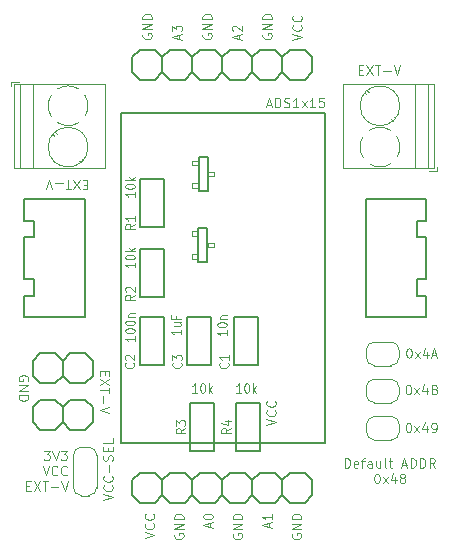
<source format=gbr>
G04 #@! TF.GenerationSoftware,KiCad,Pcbnew,(5.1.5-0-10_14)*
G04 #@! TF.CreationDate,2020-07-06T13:04:49+02:00*
G04 #@! TF.ProjectId,smartcitizen-adc-4-ch,736d6172-7463-4697-9469-7a656e2d6164,rev?*
G04 #@! TF.SameCoordinates,Original*
G04 #@! TF.FileFunction,Legend,Top*
G04 #@! TF.FilePolarity,Positive*
%FSLAX46Y46*%
G04 Gerber Fmt 4.6, Leading zero omitted, Abs format (unit mm)*
G04 Created by KiCad (PCBNEW (5.1.5-0-10_14)) date 2020-07-06 13:04:49*
%MOMM*%
%LPD*%
G04 APERTURE LIST*
%ADD10C,0.120000*%
%ADD11C,0.152400*%
%ADD12C,0.127000*%
%ADD13C,0.066040*%
%ADD14C,0.150000*%
G04 APERTURE END LIST*
D10*
X140773376Y-108515204D02*
X141040043Y-109315204D01*
X141306709Y-108515204D01*
X142030519Y-109239014D02*
X141992423Y-109277109D01*
X141878138Y-109315204D01*
X141801947Y-109315204D01*
X141687662Y-109277109D01*
X141611471Y-109200919D01*
X141573376Y-109124728D01*
X141535281Y-108972347D01*
X141535281Y-108858061D01*
X141573376Y-108705680D01*
X141611471Y-108629490D01*
X141687662Y-108553300D01*
X141801947Y-108515204D01*
X141878138Y-108515204D01*
X141992423Y-108553300D01*
X142030519Y-108591395D01*
X142830519Y-109239014D02*
X142792423Y-109277109D01*
X142678138Y-109315204D01*
X142601947Y-109315204D01*
X142487662Y-109277109D01*
X142411471Y-109200919D01*
X142373376Y-109124728D01*
X142335281Y-108972347D01*
X142335281Y-108858061D01*
X142373376Y-108705680D01*
X142411471Y-108629490D01*
X142487662Y-108553300D01*
X142601947Y-108515204D01*
X142678138Y-108515204D01*
X142792423Y-108553300D01*
X142830519Y-108591395D01*
X149269500Y-71907333D02*
X149231404Y-71983524D01*
X149231404Y-72097810D01*
X149269500Y-72212095D01*
X149345690Y-72288286D01*
X149421880Y-72326381D01*
X149574261Y-72364476D01*
X149688547Y-72364476D01*
X149840928Y-72326381D01*
X149917119Y-72288286D01*
X149993309Y-72212095D01*
X150031404Y-72097810D01*
X150031404Y-72021619D01*
X149993309Y-71907333D01*
X149955214Y-71869238D01*
X149688547Y-71869238D01*
X149688547Y-72021619D01*
X150031404Y-71526381D02*
X149231404Y-71526381D01*
X150031404Y-71069238D01*
X149231404Y-71069238D01*
X150031404Y-70688286D02*
X149231404Y-70688286D01*
X149231404Y-70497810D01*
X149269500Y-70383524D01*
X149345690Y-70307333D01*
X149421880Y-70269238D01*
X149574261Y-70231143D01*
X149688547Y-70231143D01*
X149840928Y-70269238D01*
X149917119Y-70307333D01*
X149993309Y-70383524D01*
X150031404Y-70497810D01*
X150031404Y-70688286D01*
X152342833Y-72364476D02*
X152342833Y-71983524D01*
X152571404Y-72440667D02*
X151771404Y-72174000D01*
X152571404Y-71907333D01*
X151771404Y-71716857D02*
X151771404Y-71221619D01*
X152076166Y-71488286D01*
X152076166Y-71374000D01*
X152114261Y-71297809D01*
X152152357Y-71259714D01*
X152228547Y-71221619D01*
X152419023Y-71221619D01*
X152495214Y-71259714D01*
X152533309Y-71297809D01*
X152571404Y-71374000D01*
X152571404Y-71602571D01*
X152533309Y-71678762D01*
X152495214Y-71716857D01*
X154349500Y-71907333D02*
X154311404Y-71983524D01*
X154311404Y-72097810D01*
X154349500Y-72212095D01*
X154425690Y-72288286D01*
X154501880Y-72326381D01*
X154654261Y-72364476D01*
X154768547Y-72364476D01*
X154920928Y-72326381D01*
X154997119Y-72288286D01*
X155073309Y-72212095D01*
X155111404Y-72097810D01*
X155111404Y-72021619D01*
X155073309Y-71907333D01*
X155035214Y-71869238D01*
X154768547Y-71869238D01*
X154768547Y-72021619D01*
X155111404Y-71526381D02*
X154311404Y-71526381D01*
X155111404Y-71069238D01*
X154311404Y-71069238D01*
X155111404Y-70688286D02*
X154311404Y-70688286D01*
X154311404Y-70497810D01*
X154349500Y-70383524D01*
X154425690Y-70307333D01*
X154501880Y-70269238D01*
X154654261Y-70231143D01*
X154768547Y-70231143D01*
X154920928Y-70269238D01*
X154997119Y-70307333D01*
X155073309Y-70383524D01*
X155111404Y-70497810D01*
X155111404Y-70688286D01*
X157422833Y-72364476D02*
X157422833Y-71983524D01*
X157651404Y-72440667D02*
X156851404Y-72174000D01*
X157651404Y-71907333D01*
X156927595Y-71678762D02*
X156889500Y-71640667D01*
X156851404Y-71564476D01*
X156851404Y-71374000D01*
X156889500Y-71297809D01*
X156927595Y-71259714D01*
X157003785Y-71221619D01*
X157079976Y-71221619D01*
X157194261Y-71259714D01*
X157651404Y-71716857D01*
X157651404Y-71221619D01*
X159429500Y-71907333D02*
X159391404Y-71983524D01*
X159391404Y-72097810D01*
X159429500Y-72212095D01*
X159505690Y-72288286D01*
X159581880Y-72326381D01*
X159734261Y-72364476D01*
X159848547Y-72364476D01*
X160000928Y-72326381D01*
X160077119Y-72288286D01*
X160153309Y-72212095D01*
X160191404Y-72097810D01*
X160191404Y-72021619D01*
X160153309Y-71907333D01*
X160115214Y-71869238D01*
X159848547Y-71869238D01*
X159848547Y-72021619D01*
X160191404Y-71526381D02*
X159391404Y-71526381D01*
X160191404Y-71069238D01*
X159391404Y-71069238D01*
X160191404Y-70688286D02*
X159391404Y-70688286D01*
X159391404Y-70497810D01*
X159429500Y-70383524D01*
X159505690Y-70307333D01*
X159581880Y-70269238D01*
X159734261Y-70231143D01*
X159848547Y-70231143D01*
X160000928Y-70269238D01*
X160077119Y-70307333D01*
X160153309Y-70383524D01*
X160191404Y-70497810D01*
X160191404Y-70688286D01*
X161931404Y-72440666D02*
X162731404Y-72174000D01*
X161931404Y-71907333D01*
X162655214Y-71183523D02*
X162693309Y-71221619D01*
X162731404Y-71335904D01*
X162731404Y-71412095D01*
X162693309Y-71526380D01*
X162617119Y-71602571D01*
X162540928Y-71640666D01*
X162388547Y-71678761D01*
X162274261Y-71678761D01*
X162121880Y-71640666D01*
X162045690Y-71602571D01*
X161969500Y-71526380D01*
X161931404Y-71412095D01*
X161931404Y-71335904D01*
X161969500Y-71221619D01*
X162007595Y-71183523D01*
X162655214Y-70383523D02*
X162693309Y-70421619D01*
X162731404Y-70535904D01*
X162731404Y-70612095D01*
X162693309Y-70726380D01*
X162617119Y-70802571D01*
X162540928Y-70840666D01*
X162388547Y-70878761D01*
X162274261Y-70878761D01*
X162121880Y-70840666D01*
X162045690Y-70802571D01*
X161969500Y-70726380D01*
X161931404Y-70612095D01*
X161931404Y-70535904D01*
X161969500Y-70421619D01*
X162007595Y-70383523D01*
X161906000Y-114249123D02*
X161867904Y-114325314D01*
X161867904Y-114439600D01*
X161906000Y-114553885D01*
X161982190Y-114630076D01*
X162058380Y-114668171D01*
X162210761Y-114706266D01*
X162325047Y-114706266D01*
X162477428Y-114668171D01*
X162553619Y-114630076D01*
X162629809Y-114553885D01*
X162667904Y-114439600D01*
X162667904Y-114363409D01*
X162629809Y-114249123D01*
X162591714Y-114211028D01*
X162325047Y-114211028D01*
X162325047Y-114363409D01*
X162667904Y-113868171D02*
X161867904Y-113868171D01*
X162667904Y-113411028D01*
X161867904Y-113411028D01*
X162667904Y-113030076D02*
X161867904Y-113030076D01*
X161867904Y-112839600D01*
X161906000Y-112725314D01*
X161982190Y-112649123D01*
X162058380Y-112611028D01*
X162210761Y-112572933D01*
X162325047Y-112572933D01*
X162477428Y-112611028D01*
X162553619Y-112649123D01*
X162629809Y-112725314D01*
X162667904Y-112839600D01*
X162667904Y-113030076D01*
X159950133Y-113715790D02*
X159950133Y-113334838D01*
X160178704Y-113791981D02*
X159378704Y-113525314D01*
X160178704Y-113258647D01*
X160178704Y-112572933D02*
X160178704Y-113030076D01*
X160178704Y-112801504D02*
X159378704Y-112801504D01*
X159492990Y-112877695D01*
X159569180Y-112953885D01*
X159607276Y-113030076D01*
X156927600Y-114249123D02*
X156889504Y-114325314D01*
X156889504Y-114439600D01*
X156927600Y-114553885D01*
X157003790Y-114630076D01*
X157079980Y-114668171D01*
X157232361Y-114706266D01*
X157346647Y-114706266D01*
X157499028Y-114668171D01*
X157575219Y-114630076D01*
X157651409Y-114553885D01*
X157689504Y-114439600D01*
X157689504Y-114363409D01*
X157651409Y-114249123D01*
X157613314Y-114211028D01*
X157346647Y-114211028D01*
X157346647Y-114363409D01*
X157689504Y-113868171D02*
X156889504Y-113868171D01*
X157689504Y-113411028D01*
X156889504Y-113411028D01*
X157689504Y-113030076D02*
X156889504Y-113030076D01*
X156889504Y-112839600D01*
X156927600Y-112725314D01*
X157003790Y-112649123D01*
X157079980Y-112611028D01*
X157232361Y-112572933D01*
X157346647Y-112572933D01*
X157499028Y-112611028D01*
X157575219Y-112649123D01*
X157651409Y-112725314D01*
X157689504Y-112839600D01*
X157689504Y-113030076D01*
X154971733Y-113715790D02*
X154971733Y-113334838D01*
X155200304Y-113791981D02*
X154400304Y-113525314D01*
X155200304Y-113258647D01*
X154400304Y-112839600D02*
X154400304Y-112763409D01*
X154438400Y-112687219D01*
X154476495Y-112649123D01*
X154552685Y-112611028D01*
X154705066Y-112572933D01*
X154895542Y-112572933D01*
X155047923Y-112611028D01*
X155124114Y-112649123D01*
X155162209Y-112687219D01*
X155200304Y-112763409D01*
X155200304Y-112839600D01*
X155162209Y-112915790D01*
X155124114Y-112953885D01*
X155047923Y-112991981D01*
X154895542Y-113030076D01*
X154705066Y-113030076D01*
X154552685Y-112991981D01*
X154476495Y-112953885D01*
X154438400Y-112915790D01*
X154400304Y-112839600D01*
X151949200Y-114249123D02*
X151911104Y-114325314D01*
X151911104Y-114439600D01*
X151949200Y-114553885D01*
X152025390Y-114630076D01*
X152101580Y-114668171D01*
X152253961Y-114706266D01*
X152368247Y-114706266D01*
X152520628Y-114668171D01*
X152596819Y-114630076D01*
X152673009Y-114553885D01*
X152711104Y-114439600D01*
X152711104Y-114363409D01*
X152673009Y-114249123D01*
X152634914Y-114211028D01*
X152368247Y-114211028D01*
X152368247Y-114363409D01*
X152711104Y-113868171D02*
X151911104Y-113868171D01*
X152711104Y-113411028D01*
X151911104Y-113411028D01*
X152711104Y-113030076D02*
X151911104Y-113030076D01*
X151911104Y-112839600D01*
X151949200Y-112725314D01*
X152025390Y-112649123D01*
X152101580Y-112611028D01*
X152253961Y-112572933D01*
X152368247Y-112572933D01*
X152520628Y-112611028D01*
X152596819Y-112649123D01*
X152673009Y-112725314D01*
X152711104Y-112839600D01*
X152711104Y-113030076D01*
X171704142Y-101650856D02*
X171780333Y-101650856D01*
X171856523Y-101688952D01*
X171894619Y-101727047D01*
X171932714Y-101803237D01*
X171970809Y-101955618D01*
X171970809Y-102146094D01*
X171932714Y-102298475D01*
X171894619Y-102374666D01*
X171856523Y-102412761D01*
X171780333Y-102450856D01*
X171704142Y-102450856D01*
X171627952Y-102412761D01*
X171589857Y-102374666D01*
X171551761Y-102298475D01*
X171513666Y-102146094D01*
X171513666Y-101955618D01*
X171551761Y-101803237D01*
X171589857Y-101727047D01*
X171627952Y-101688952D01*
X171704142Y-101650856D01*
X172237476Y-102450856D02*
X172656523Y-101917523D01*
X172237476Y-101917523D02*
X172656523Y-102450856D01*
X173304142Y-101917523D02*
X173304142Y-102450856D01*
X173113666Y-101612761D02*
X172923190Y-102184190D01*
X173418428Y-102184190D01*
X173989857Y-102031809D02*
X174104142Y-102069904D01*
X174142238Y-102107999D01*
X174180333Y-102184190D01*
X174180333Y-102298475D01*
X174142238Y-102374666D01*
X174104142Y-102412761D01*
X174027952Y-102450856D01*
X173723190Y-102450856D01*
X173723190Y-101650856D01*
X173989857Y-101650856D01*
X174066047Y-101688952D01*
X174104142Y-101727047D01*
X174142238Y-101803237D01*
X174142238Y-101879428D01*
X174104142Y-101955618D01*
X174066047Y-101993713D01*
X173989857Y-102031809D01*
X173723190Y-102031809D01*
X171761285Y-98558404D02*
X171837476Y-98558404D01*
X171913666Y-98596500D01*
X171951761Y-98634595D01*
X171989857Y-98710785D01*
X172027952Y-98863166D01*
X172027952Y-99053642D01*
X171989857Y-99206023D01*
X171951761Y-99282214D01*
X171913666Y-99320309D01*
X171837476Y-99358404D01*
X171761285Y-99358404D01*
X171685095Y-99320309D01*
X171647000Y-99282214D01*
X171608904Y-99206023D01*
X171570809Y-99053642D01*
X171570809Y-98863166D01*
X171608904Y-98710785D01*
X171647000Y-98634595D01*
X171685095Y-98596500D01*
X171761285Y-98558404D01*
X172294619Y-99358404D02*
X172713666Y-98825071D01*
X172294619Y-98825071D02*
X172713666Y-99358404D01*
X173361285Y-98825071D02*
X173361285Y-99358404D01*
X173170809Y-98520309D02*
X172980333Y-99091738D01*
X173475571Y-99091738D01*
X173742238Y-99129833D02*
X174123190Y-99129833D01*
X173666047Y-99358404D02*
X173932714Y-98558404D01*
X174199380Y-99358404D01*
X166376823Y-108655204D02*
X166376823Y-107855204D01*
X166567300Y-107855204D01*
X166681585Y-107893300D01*
X166757776Y-107969490D01*
X166795871Y-108045680D01*
X166833966Y-108198061D01*
X166833966Y-108312347D01*
X166795871Y-108464728D01*
X166757776Y-108540919D01*
X166681585Y-108617109D01*
X166567300Y-108655204D01*
X166376823Y-108655204D01*
X167481585Y-108617109D02*
X167405395Y-108655204D01*
X167253014Y-108655204D01*
X167176823Y-108617109D01*
X167138728Y-108540919D01*
X167138728Y-108236157D01*
X167176823Y-108159966D01*
X167253014Y-108121871D01*
X167405395Y-108121871D01*
X167481585Y-108159966D01*
X167519680Y-108236157D01*
X167519680Y-108312347D01*
X167138728Y-108388538D01*
X167748252Y-108121871D02*
X168053014Y-108121871D01*
X167862538Y-108655204D02*
X167862538Y-107969490D01*
X167900633Y-107893300D01*
X167976823Y-107855204D01*
X168053014Y-107855204D01*
X168662538Y-108655204D02*
X168662538Y-108236157D01*
X168624442Y-108159966D01*
X168548252Y-108121871D01*
X168395871Y-108121871D01*
X168319680Y-108159966D01*
X168662538Y-108617109D02*
X168586347Y-108655204D01*
X168395871Y-108655204D01*
X168319680Y-108617109D01*
X168281585Y-108540919D01*
X168281585Y-108464728D01*
X168319680Y-108388538D01*
X168395871Y-108350442D01*
X168586347Y-108350442D01*
X168662538Y-108312347D01*
X169386347Y-108121871D02*
X169386347Y-108655204D01*
X169043490Y-108121871D02*
X169043490Y-108540919D01*
X169081585Y-108617109D01*
X169157776Y-108655204D01*
X169272061Y-108655204D01*
X169348252Y-108617109D01*
X169386347Y-108579014D01*
X169881585Y-108655204D02*
X169805395Y-108617109D01*
X169767300Y-108540919D01*
X169767300Y-107855204D01*
X170072061Y-108121871D02*
X170376823Y-108121871D01*
X170186347Y-107855204D02*
X170186347Y-108540919D01*
X170224442Y-108617109D01*
X170300633Y-108655204D01*
X170376823Y-108655204D01*
X171214919Y-108426633D02*
X171595871Y-108426633D01*
X171138728Y-108655204D02*
X171405395Y-107855204D01*
X171672061Y-108655204D01*
X171938728Y-108655204D02*
X171938728Y-107855204D01*
X172129204Y-107855204D01*
X172243490Y-107893300D01*
X172319680Y-107969490D01*
X172357776Y-108045680D01*
X172395871Y-108198061D01*
X172395871Y-108312347D01*
X172357776Y-108464728D01*
X172319680Y-108540919D01*
X172243490Y-108617109D01*
X172129204Y-108655204D01*
X171938728Y-108655204D01*
X172738728Y-108655204D02*
X172738728Y-107855204D01*
X172929204Y-107855204D01*
X173043490Y-107893300D01*
X173119680Y-107969490D01*
X173157776Y-108045680D01*
X173195871Y-108198061D01*
X173195871Y-108312347D01*
X173157776Y-108464728D01*
X173119680Y-108540919D01*
X173043490Y-108617109D01*
X172929204Y-108655204D01*
X172738728Y-108655204D01*
X173995871Y-108655204D02*
X173729204Y-108274252D01*
X173538728Y-108655204D02*
X173538728Y-107855204D01*
X173843490Y-107855204D01*
X173919680Y-107893300D01*
X173957776Y-107931395D01*
X173995871Y-108007585D01*
X173995871Y-108121871D01*
X173957776Y-108198061D01*
X173919680Y-108236157D01*
X173843490Y-108274252D01*
X173538728Y-108274252D01*
X169043490Y-109175204D02*
X169119680Y-109175204D01*
X169195871Y-109213300D01*
X169233966Y-109251395D01*
X169272061Y-109327585D01*
X169310157Y-109479966D01*
X169310157Y-109670442D01*
X169272061Y-109822823D01*
X169233966Y-109899014D01*
X169195871Y-109937109D01*
X169119680Y-109975204D01*
X169043490Y-109975204D01*
X168967300Y-109937109D01*
X168929204Y-109899014D01*
X168891109Y-109822823D01*
X168853014Y-109670442D01*
X168853014Y-109479966D01*
X168891109Y-109327585D01*
X168929204Y-109251395D01*
X168967300Y-109213300D01*
X169043490Y-109175204D01*
X169576823Y-109975204D02*
X169995871Y-109441871D01*
X169576823Y-109441871D02*
X169995871Y-109975204D01*
X170643490Y-109441871D02*
X170643490Y-109975204D01*
X170453014Y-109137109D02*
X170262538Y-109708538D01*
X170757776Y-109708538D01*
X171176823Y-109518061D02*
X171100633Y-109479966D01*
X171062538Y-109441871D01*
X171024442Y-109365680D01*
X171024442Y-109327585D01*
X171062538Y-109251395D01*
X171100633Y-109213300D01*
X171176823Y-109175204D01*
X171329204Y-109175204D01*
X171405395Y-109213300D01*
X171443490Y-109251395D01*
X171481585Y-109327585D01*
X171481585Y-109365680D01*
X171443490Y-109441871D01*
X171405395Y-109479966D01*
X171329204Y-109518061D01*
X171176823Y-109518061D01*
X171100633Y-109556157D01*
X171062538Y-109594252D01*
X171024442Y-109670442D01*
X171024442Y-109822823D01*
X171062538Y-109899014D01*
X171100633Y-109937109D01*
X171176823Y-109975204D01*
X171329204Y-109975204D01*
X171405395Y-109937109D01*
X171443490Y-109899014D01*
X171481585Y-109822823D01*
X171481585Y-109670442D01*
X171443490Y-109594252D01*
X171405395Y-109556157D01*
X171329204Y-109518061D01*
X171723190Y-104857604D02*
X171799380Y-104857604D01*
X171875571Y-104895700D01*
X171913666Y-104933795D01*
X171951761Y-105009985D01*
X171989857Y-105162366D01*
X171989857Y-105352842D01*
X171951761Y-105505223D01*
X171913666Y-105581414D01*
X171875571Y-105619509D01*
X171799380Y-105657604D01*
X171723190Y-105657604D01*
X171647000Y-105619509D01*
X171608904Y-105581414D01*
X171570809Y-105505223D01*
X171532714Y-105352842D01*
X171532714Y-105162366D01*
X171570809Y-105009985D01*
X171608904Y-104933795D01*
X171647000Y-104895700D01*
X171723190Y-104857604D01*
X172256523Y-105657604D02*
X172675571Y-105124271D01*
X172256523Y-105124271D02*
X172675571Y-105657604D01*
X173323190Y-105124271D02*
X173323190Y-105657604D01*
X173132714Y-104819509D02*
X172942238Y-105390938D01*
X173437476Y-105390938D01*
X173780333Y-105657604D02*
X173932714Y-105657604D01*
X174008904Y-105619509D01*
X174047000Y-105581414D01*
X174123190Y-105467128D01*
X174161285Y-105314747D01*
X174161285Y-105009985D01*
X174123190Y-104933795D01*
X174085095Y-104895700D01*
X174008904Y-104857604D01*
X173856523Y-104857604D01*
X173780333Y-104895700D01*
X173742238Y-104933795D01*
X173704142Y-105009985D01*
X173704142Y-105200461D01*
X173742238Y-105276652D01*
X173780333Y-105314747D01*
X173856523Y-105352842D01*
X174008904Y-105352842D01*
X174085095Y-105314747D01*
X174123190Y-105276652D01*
X174161285Y-105200461D01*
X159740904Y-77920833D02*
X160121857Y-77920833D01*
X159664714Y-78149404D02*
X159931380Y-77349404D01*
X160198047Y-78149404D01*
X160464714Y-78149404D02*
X160464714Y-77349404D01*
X160655190Y-77349404D01*
X160769476Y-77387500D01*
X160845666Y-77463690D01*
X160883761Y-77539880D01*
X160921857Y-77692261D01*
X160921857Y-77806547D01*
X160883761Y-77958928D01*
X160845666Y-78035119D01*
X160769476Y-78111309D01*
X160655190Y-78149404D01*
X160464714Y-78149404D01*
X161226619Y-78111309D02*
X161340904Y-78149404D01*
X161531380Y-78149404D01*
X161607571Y-78111309D01*
X161645666Y-78073214D01*
X161683761Y-77997023D01*
X161683761Y-77920833D01*
X161645666Y-77844642D01*
X161607571Y-77806547D01*
X161531380Y-77768452D01*
X161379000Y-77730357D01*
X161302809Y-77692261D01*
X161264714Y-77654166D01*
X161226619Y-77577976D01*
X161226619Y-77501785D01*
X161264714Y-77425595D01*
X161302809Y-77387500D01*
X161379000Y-77349404D01*
X161569476Y-77349404D01*
X161683761Y-77387500D01*
X162445666Y-78149404D02*
X161988523Y-78149404D01*
X162217095Y-78149404D02*
X162217095Y-77349404D01*
X162140904Y-77463690D01*
X162064714Y-77539880D01*
X161988523Y-77577976D01*
X162712333Y-78149404D02*
X163131380Y-77616071D01*
X162712333Y-77616071D02*
X163131380Y-78149404D01*
X163855190Y-78149404D02*
X163398047Y-78149404D01*
X163626619Y-78149404D02*
X163626619Y-77349404D01*
X163550428Y-77463690D01*
X163474238Y-77539880D01*
X163398047Y-77577976D01*
X164579000Y-77349404D02*
X164198047Y-77349404D01*
X164159952Y-77730357D01*
X164198047Y-77692261D01*
X164274238Y-77654166D01*
X164464714Y-77654166D01*
X164540904Y-77692261D01*
X164579000Y-77730357D01*
X164617095Y-77806547D01*
X164617095Y-77997023D01*
X164579000Y-78073214D01*
X164540904Y-78111309D01*
X164464714Y-78149404D01*
X164274238Y-78149404D01*
X164198047Y-78111309D01*
X164159952Y-78073214D01*
X167544961Y-74987157D02*
X167811628Y-74987157D01*
X167925914Y-75406204D02*
X167544961Y-75406204D01*
X167544961Y-74606204D01*
X167925914Y-74606204D01*
X168192580Y-74606204D02*
X168725914Y-75406204D01*
X168725914Y-74606204D02*
X168192580Y-75406204D01*
X168916390Y-74606204D02*
X169373533Y-74606204D01*
X169144961Y-75406204D02*
X169144961Y-74606204D01*
X169640200Y-75101442D02*
X170249723Y-75101442D01*
X170516390Y-74606204D02*
X170783057Y-75406204D01*
X171049723Y-74606204D01*
X144570238Y-84689942D02*
X144303571Y-84689942D01*
X144189285Y-84270895D02*
X144570238Y-84270895D01*
X144570238Y-85070895D01*
X144189285Y-85070895D01*
X143922619Y-85070895D02*
X143389285Y-84270895D01*
X143389285Y-85070895D02*
X143922619Y-84270895D01*
X143198809Y-85070895D02*
X142741666Y-85070895D01*
X142970238Y-84270895D02*
X142970238Y-85070895D01*
X142475000Y-84575657D02*
X141865476Y-84575657D01*
X141598809Y-85070895D02*
X141332142Y-84270895D01*
X141065476Y-85070895D01*
X159734304Y-105054266D02*
X160534304Y-104787600D01*
X159734304Y-104520933D01*
X160458114Y-103797123D02*
X160496209Y-103835219D01*
X160534304Y-103949504D01*
X160534304Y-104025695D01*
X160496209Y-104139980D01*
X160420019Y-104216171D01*
X160343828Y-104254266D01*
X160191447Y-104292361D01*
X160077161Y-104292361D01*
X159924780Y-104254266D01*
X159848590Y-104216171D01*
X159772400Y-104139980D01*
X159734304Y-104025695D01*
X159734304Y-103949504D01*
X159772400Y-103835219D01*
X159810495Y-103797123D01*
X160458114Y-102997123D02*
X160496209Y-103035219D01*
X160534304Y-103149504D01*
X160534304Y-103225695D01*
X160496209Y-103339980D01*
X160420019Y-103416171D01*
X160343828Y-103454266D01*
X160191447Y-103492361D01*
X160077161Y-103492361D01*
X159924780Y-103454266D01*
X159848590Y-103416171D01*
X159772400Y-103339980D01*
X159734304Y-103225695D01*
X159734304Y-103149504D01*
X159772400Y-103035219D01*
X159810495Y-102997123D01*
X145929404Y-111404071D02*
X146729404Y-111137404D01*
X145929404Y-110870738D01*
X146653214Y-110146928D02*
X146691309Y-110185023D01*
X146729404Y-110299309D01*
X146729404Y-110375500D01*
X146691309Y-110489785D01*
X146615119Y-110565976D01*
X146538928Y-110604071D01*
X146386547Y-110642166D01*
X146272261Y-110642166D01*
X146119880Y-110604071D01*
X146043690Y-110565976D01*
X145967500Y-110489785D01*
X145929404Y-110375500D01*
X145929404Y-110299309D01*
X145967500Y-110185023D01*
X146005595Y-110146928D01*
X146653214Y-109346928D02*
X146691309Y-109385023D01*
X146729404Y-109499309D01*
X146729404Y-109575500D01*
X146691309Y-109689785D01*
X146615119Y-109765976D01*
X146538928Y-109804071D01*
X146386547Y-109842166D01*
X146272261Y-109842166D01*
X146119880Y-109804071D01*
X146043690Y-109765976D01*
X145967500Y-109689785D01*
X145929404Y-109575500D01*
X145929404Y-109499309D01*
X145967500Y-109385023D01*
X146005595Y-109346928D01*
X146424642Y-109004071D02*
X146424642Y-108394547D01*
X146691309Y-108051690D02*
X146729404Y-107937404D01*
X146729404Y-107746928D01*
X146691309Y-107670738D01*
X146653214Y-107632642D01*
X146577023Y-107594547D01*
X146500833Y-107594547D01*
X146424642Y-107632642D01*
X146386547Y-107670738D01*
X146348452Y-107746928D01*
X146310357Y-107899309D01*
X146272261Y-107975500D01*
X146234166Y-108013595D01*
X146157976Y-108051690D01*
X146081785Y-108051690D01*
X146005595Y-108013595D01*
X145967500Y-107975500D01*
X145929404Y-107899309D01*
X145929404Y-107708833D01*
X145967500Y-107594547D01*
X146310357Y-107251690D02*
X146310357Y-106985023D01*
X146729404Y-106870738D02*
X146729404Y-107251690D01*
X145929404Y-107251690D01*
X145929404Y-106870738D01*
X146729404Y-106146928D02*
X146729404Y-106527880D01*
X145929404Y-106527880D01*
X139401946Y-110178857D02*
X139668613Y-110178857D01*
X139782899Y-110597904D02*
X139401946Y-110597904D01*
X139401946Y-109797904D01*
X139782899Y-109797904D01*
X140049565Y-109797904D02*
X140582899Y-110597904D01*
X140582899Y-109797904D02*
X140049565Y-110597904D01*
X140773375Y-109797904D02*
X141230518Y-109797904D01*
X141001946Y-110597904D02*
X141001946Y-109797904D01*
X141497185Y-110293142D02*
X142106708Y-110293142D01*
X142373375Y-109797904D02*
X142640042Y-110597904D01*
X142906708Y-109797904D01*
X140887661Y-107232504D02*
X141382899Y-107232504D01*
X141116233Y-107537266D01*
X141230518Y-107537266D01*
X141306709Y-107575361D01*
X141344804Y-107613457D01*
X141382899Y-107689647D01*
X141382899Y-107880123D01*
X141344804Y-107956314D01*
X141306709Y-107994409D01*
X141230518Y-108032504D01*
X141001947Y-108032504D01*
X140925757Y-107994409D01*
X140887661Y-107956314D01*
X141611471Y-107232504D02*
X141878138Y-108032504D01*
X142144804Y-107232504D01*
X142335280Y-107232504D02*
X142830518Y-107232504D01*
X142563852Y-107537266D01*
X142678138Y-107537266D01*
X142754328Y-107575361D01*
X142792423Y-107613457D01*
X142830518Y-107689647D01*
X142830518Y-107880123D01*
X142792423Y-107956314D01*
X142754328Y-107994409D01*
X142678138Y-108032504D01*
X142449566Y-108032504D01*
X142373376Y-107994409D01*
X142335280Y-107956314D01*
X149421904Y-114630075D02*
X150221904Y-114363409D01*
X149421904Y-114096742D01*
X150145714Y-113372932D02*
X150183809Y-113411028D01*
X150221904Y-113525313D01*
X150221904Y-113601504D01*
X150183809Y-113715789D01*
X150107619Y-113791980D01*
X150031428Y-113830075D01*
X149879047Y-113868170D01*
X149764761Y-113868170D01*
X149612380Y-113830075D01*
X149536190Y-113791980D01*
X149460000Y-113715789D01*
X149421904Y-113601504D01*
X149421904Y-113525313D01*
X149460000Y-113411028D01*
X149498095Y-113372932D01*
X150145714Y-112572932D02*
X150183809Y-112611028D01*
X150221904Y-112725313D01*
X150221904Y-112801504D01*
X150183809Y-112915789D01*
X150107619Y-112991980D01*
X150031428Y-113030075D01*
X149879047Y-113068170D01*
X149764761Y-113068170D01*
X149612380Y-113030075D01*
X149536190Y-112991980D01*
X149460000Y-112915789D01*
X149421904Y-112801504D01*
X149421904Y-112725313D01*
X149460000Y-112611028D01*
X149498095Y-112572932D01*
X139541200Y-101295276D02*
X139579295Y-101219085D01*
X139579295Y-101104800D01*
X139541200Y-100990514D01*
X139465009Y-100914323D01*
X139388819Y-100876228D01*
X139236438Y-100838133D01*
X139122152Y-100838133D01*
X138969771Y-100876228D01*
X138893580Y-100914323D01*
X138817390Y-100990514D01*
X138779295Y-101104800D01*
X138779295Y-101180990D01*
X138817390Y-101295276D01*
X138855485Y-101333371D01*
X139122152Y-101333371D01*
X139122152Y-101180990D01*
X138779295Y-101676228D02*
X139579295Y-101676228D01*
X138779295Y-102133371D01*
X139579295Y-102133371D01*
X138779295Y-102514323D02*
X139579295Y-102514323D01*
X139579295Y-102704800D01*
X139541200Y-102819085D01*
X139465009Y-102895276D01*
X139388819Y-102933371D01*
X139236438Y-102971466D01*
X139122152Y-102971466D01*
X138969771Y-102933371D01*
X138893580Y-102895276D01*
X138817390Y-102819085D01*
X138779295Y-102704800D01*
X138779295Y-102514323D01*
X146030942Y-100514361D02*
X146030942Y-100781028D01*
X145611895Y-100895314D02*
X145611895Y-100514361D01*
X146411895Y-100514361D01*
X146411895Y-100895314D01*
X146411895Y-101161980D02*
X145611895Y-101695314D01*
X146411895Y-101695314D02*
X145611895Y-101161980D01*
X146411895Y-101885790D02*
X146411895Y-102342933D01*
X145611895Y-102114361D02*
X146411895Y-102114361D01*
X145916657Y-102609600D02*
X145916657Y-103219123D01*
X146411895Y-103485790D02*
X145611895Y-103752457D01*
X146411895Y-104019123D01*
X174141800Y-83566100D02*
X174141800Y-83166100D01*
X173501800Y-83566100D02*
X174141800Y-83566100D01*
X170282800Y-79161100D02*
X170410800Y-79290100D01*
X168066800Y-76946100D02*
X168160800Y-77040100D01*
X170522800Y-78991100D02*
X170615800Y-79085100D01*
X168272800Y-76741100D02*
X168400800Y-76870100D01*
X166181800Y-76206100D02*
X173901800Y-76206100D01*
X166181800Y-83326100D02*
X173901800Y-83326100D01*
X173901800Y-83326100D02*
X173901800Y-76206100D01*
X166181800Y-83326100D02*
X166181800Y-76206100D01*
X172341800Y-83326100D02*
X172341800Y-76206100D01*
X173441800Y-83326100D02*
X173441800Y-76206100D01*
X171021800Y-78016100D02*
G75*
G03X171021800Y-78016100I-1680000J0D01*
G01*
X171021899Y-81487426D02*
G75*
G02X170781800Y-82382100I-1680099J-28674D01*
G01*
X170231694Y-82941458D02*
G75*
G02X168475800Y-82956100I-889894J1425358D01*
G01*
X167916442Y-82405994D02*
G75*
G02X167901800Y-80650100I1425358J889894D01*
G01*
X168451607Y-80090595D02*
G75*
G02X170232800Y-80091100I890193J-1425505D01*
G01*
X170766521Y-80625836D02*
G75*
G02X171021800Y-81516100I-1424721J-890264D01*
G01*
X138138500Y-75966100D02*
X138138500Y-76366100D01*
X138778500Y-75966100D02*
X138138500Y-75966100D01*
X141997500Y-80371100D02*
X141869500Y-80242100D01*
X144213500Y-82586100D02*
X144119500Y-82492100D01*
X141757500Y-80541100D02*
X141664500Y-80447100D01*
X144007500Y-82791100D02*
X143879500Y-82662100D01*
X146098500Y-83326100D02*
X138378500Y-83326100D01*
X146098500Y-76206100D02*
X138378500Y-76206100D01*
X138378500Y-76206100D02*
X138378500Y-83326100D01*
X146098500Y-76206100D02*
X146098500Y-83326100D01*
X139938500Y-76206100D02*
X139938500Y-83326100D01*
X138838500Y-76206100D02*
X138838500Y-83326100D01*
X144618500Y-81516100D02*
G75*
G03X144618500Y-81516100I-1680000J0D01*
G01*
X141258401Y-78044774D02*
G75*
G02X141498500Y-77150100I1680099J28674D01*
G01*
X142048606Y-76590742D02*
G75*
G02X143804500Y-76576100I889894J-1425358D01*
G01*
X144363858Y-77126206D02*
G75*
G02X144378500Y-78882100I-1425358J-889894D01*
G01*
X143828693Y-79441605D02*
G75*
G02X142047500Y-79441100I-890193J1425505D01*
G01*
X141513779Y-78906364D02*
G75*
G02X141258500Y-78016100I1424721J890264D01*
G01*
X144673600Y-106916000D02*
G75*
G02X145373600Y-107616000I0J-700000D01*
G01*
X143373600Y-107616000D02*
G75*
G02X144073600Y-106916000I700000J0D01*
G01*
X144073600Y-111016000D02*
G75*
G02X143373600Y-110316000I0J700000D01*
G01*
X145373600Y-110316000D02*
G75*
G02X144673600Y-111016000I-700000J0D01*
G01*
X145373600Y-107566000D02*
X145373600Y-110366000D01*
X144673600Y-111016000D02*
X144073600Y-111016000D01*
X143373600Y-110366000D02*
X143373600Y-107566000D01*
X144073600Y-106916000D02*
X144673600Y-106916000D01*
D11*
X141859000Y-105460800D02*
X140589000Y-105460800D01*
X139954000Y-104825800D02*
X140589000Y-105460800D01*
X140589000Y-102920800D02*
X139954000Y-103555800D01*
X139954000Y-103555800D02*
X139954000Y-104825800D01*
X143129000Y-105460800D02*
X142494000Y-104825800D01*
X144399000Y-105460800D02*
X143129000Y-105460800D01*
X145034000Y-104825800D02*
X144399000Y-105460800D01*
X145034000Y-103555800D02*
X145034000Y-104825800D01*
X144399000Y-102920800D02*
X145034000Y-103555800D01*
X143129000Y-102920800D02*
X144399000Y-102920800D01*
X142494000Y-103555800D02*
X143129000Y-102920800D01*
X142494000Y-104825800D02*
X141859000Y-105460800D01*
X142494000Y-103555800D02*
X142494000Y-104825800D01*
X141859000Y-102920800D02*
X142494000Y-103555800D01*
X140589000Y-102920800D02*
X141859000Y-102920800D01*
X141859000Y-101498400D02*
X140589000Y-101498400D01*
X139954000Y-100863400D02*
X140589000Y-101498400D01*
X140589000Y-98958400D02*
X139954000Y-99593400D01*
X139954000Y-99593400D02*
X139954000Y-100863400D01*
X143129000Y-101498400D02*
X142494000Y-100863400D01*
X144399000Y-101498400D02*
X143129000Y-101498400D01*
X145034000Y-100863400D02*
X144399000Y-101498400D01*
X145034000Y-99593400D02*
X145034000Y-100863400D01*
X144399000Y-98958400D02*
X145034000Y-99593400D01*
X143129000Y-98958400D02*
X144399000Y-98958400D01*
X142494000Y-99593400D02*
X143129000Y-98958400D01*
X142494000Y-100863400D02*
X141859000Y-101498400D01*
X142494000Y-99593400D02*
X142494000Y-100863400D01*
X141859000Y-98958400D02*
X142494000Y-99593400D01*
X140589000Y-98958400D02*
X141859000Y-98958400D01*
D12*
X159004000Y-99974400D02*
X156972000Y-99974400D01*
X159004000Y-95910400D02*
X159004000Y-99974400D01*
X156972000Y-95910400D02*
X159004000Y-95910400D01*
X156972000Y-99974400D02*
X156972000Y-95910400D01*
X151028400Y-99974400D02*
X148996400Y-99974400D01*
X151028400Y-95910400D02*
X151028400Y-99974400D01*
X148996400Y-95910400D02*
X151028400Y-95910400D01*
X148996400Y-99974400D02*
X148996400Y-95910400D01*
X155041600Y-99974400D02*
X153009600Y-99974400D01*
X155041600Y-95910400D02*
X155041600Y-99974400D01*
X153009600Y-95910400D02*
X155041600Y-95910400D01*
X153009600Y-99974400D02*
X153009600Y-95910400D01*
X173282400Y-95932860D02*
X173282400Y-94132000D01*
X173282400Y-94107000D02*
X172491400Y-94107000D01*
X172491400Y-94107000D02*
X172491400Y-92710000D01*
X172491400Y-92710000D02*
X173282400Y-92710000D01*
X173282400Y-92713000D02*
X173282400Y-89157000D01*
X173282400Y-89157000D02*
X172491400Y-89157000D01*
X172491400Y-89154000D02*
X172491400Y-87757000D01*
X172491400Y-87757000D02*
X173282400Y-87757000D01*
X173282400Y-87757000D02*
X173282400Y-85932000D01*
X168132760Y-95930720D02*
X168132760Y-85933280D01*
X173282400Y-85932000D02*
X168132760Y-85932000D01*
X168132760Y-95930720D02*
X173282400Y-95930720D01*
X169334180Y-95930720D02*
X171330620Y-95930720D01*
X139239200Y-85931140D02*
X139239200Y-87732000D01*
X139239200Y-87757000D02*
X140030200Y-87757000D01*
X140030200Y-87757000D02*
X140030200Y-89154000D01*
X140030200Y-89154000D02*
X139239200Y-89154000D01*
X139239200Y-89151000D02*
X139239200Y-92707000D01*
X139239200Y-92707000D02*
X140030200Y-92707000D01*
X140030200Y-92710000D02*
X140030200Y-94107000D01*
X140030200Y-94107000D02*
X139239200Y-94107000D01*
X139239200Y-94107000D02*
X139239200Y-95932000D01*
X144388840Y-85933280D02*
X144388840Y-95930720D01*
X139239200Y-95932000D02*
X144388840Y-95932000D01*
X144388840Y-85933280D02*
X139239200Y-85933280D01*
X143187420Y-85933280D02*
X141190980Y-85933280D01*
D11*
X150291800Y-111607600D02*
X149021800Y-111607600D01*
X148386800Y-110972600D02*
X149021800Y-111607600D01*
X149021800Y-109067600D02*
X148386800Y-109702600D01*
X148386800Y-109702600D02*
X148386800Y-110972600D01*
X151561800Y-111607600D02*
X150926800Y-110972600D01*
X152831800Y-111607600D02*
X151561800Y-111607600D01*
X153466800Y-110972600D02*
X152831800Y-111607600D01*
X153466800Y-109702600D02*
X153466800Y-110972600D01*
X152831800Y-109067600D02*
X153466800Y-109702600D01*
X151561800Y-109067600D02*
X152831800Y-109067600D01*
X150926800Y-109702600D02*
X151561800Y-109067600D01*
X150926800Y-110972600D02*
X150291800Y-111607600D01*
X150926800Y-109702600D02*
X150926800Y-110972600D01*
X150291800Y-109067600D02*
X150926800Y-109702600D01*
X149021800Y-109067600D02*
X150291800Y-109067600D01*
X157911800Y-111607600D02*
X156641800Y-111607600D01*
X156006800Y-110972600D02*
X156641800Y-111607600D01*
X156641800Y-109067600D02*
X156006800Y-109702600D01*
X154101800Y-111607600D02*
X153466800Y-110972600D01*
X155371800Y-111607600D02*
X154101800Y-111607600D01*
X156006800Y-110972600D02*
X155371800Y-111607600D01*
X156006800Y-109702600D02*
X156006800Y-110972600D01*
X155371800Y-109067600D02*
X156006800Y-109702600D01*
X154101800Y-109067600D02*
X155371800Y-109067600D01*
X153466800Y-109702600D02*
X154101800Y-109067600D01*
X159181800Y-111607600D02*
X158546800Y-110972600D01*
X160451800Y-111607600D02*
X159181800Y-111607600D01*
X161086800Y-110972600D02*
X160451800Y-111607600D01*
X161086800Y-109702600D02*
X161086800Y-110972600D01*
X160451800Y-109067600D02*
X161086800Y-109702600D01*
X159181800Y-109067600D02*
X160451800Y-109067600D01*
X158546800Y-109702600D02*
X159181800Y-109067600D01*
X158546800Y-110972600D02*
X157911800Y-111607600D01*
X158546800Y-109702600D02*
X158546800Y-110972600D01*
X157911800Y-109067600D02*
X158546800Y-109702600D01*
X156641800Y-109067600D02*
X157911800Y-109067600D01*
X161721800Y-111607600D02*
X161086800Y-110972600D01*
X162991800Y-111607600D02*
X161721800Y-111607600D01*
X163626800Y-110972600D02*
X162991800Y-111607600D01*
X163626800Y-109702600D02*
X163626800Y-110972600D01*
X162991800Y-109067600D02*
X163626800Y-109702600D01*
X161721800Y-109067600D02*
X162991800Y-109067600D01*
X161086800Y-109702600D02*
X161721800Y-109067600D01*
X161721800Y-73253600D02*
X162991800Y-73253600D01*
X163626800Y-73888600D02*
X162991800Y-73253600D01*
X162991800Y-75793600D02*
X163626800Y-75158600D01*
X163626800Y-75158600D02*
X163626800Y-73888600D01*
X160451800Y-73253600D02*
X161086800Y-73888600D01*
X159181800Y-73253600D02*
X160451800Y-73253600D01*
X158546800Y-73888600D02*
X159181800Y-73253600D01*
X158546800Y-75158600D02*
X158546800Y-73888600D01*
X159181800Y-75793600D02*
X158546800Y-75158600D01*
X160451800Y-75793600D02*
X159181800Y-75793600D01*
X161086800Y-75158600D02*
X160451800Y-75793600D01*
X161086800Y-73888600D02*
X161721800Y-73253600D01*
X161086800Y-75158600D02*
X161086800Y-73888600D01*
X161721800Y-75793600D02*
X161086800Y-75158600D01*
X162991800Y-75793600D02*
X161721800Y-75793600D01*
X154101800Y-73253600D02*
X155371800Y-73253600D01*
X156006800Y-73888600D02*
X155371800Y-73253600D01*
X155371800Y-75793600D02*
X156006800Y-75158600D01*
X157911800Y-73253600D02*
X158546800Y-73888600D01*
X156641800Y-73253600D02*
X157911800Y-73253600D01*
X156006800Y-73888600D02*
X156641800Y-73253600D01*
X156006800Y-75158600D02*
X156006800Y-73888600D01*
X156641800Y-75793600D02*
X156006800Y-75158600D01*
X157911800Y-75793600D02*
X156641800Y-75793600D01*
X158546800Y-75158600D02*
X157911800Y-75793600D01*
X152831800Y-73253600D02*
X153466800Y-73888600D01*
X151561800Y-73253600D02*
X152831800Y-73253600D01*
X150926800Y-73888600D02*
X151561800Y-73253600D01*
X150926800Y-75158600D02*
X150926800Y-73888600D01*
X151561800Y-75793600D02*
X150926800Y-75158600D01*
X152831800Y-75793600D02*
X151561800Y-75793600D01*
X153466800Y-75158600D02*
X152831800Y-75793600D01*
X153466800Y-73888600D02*
X154101800Y-73253600D01*
X153466800Y-75158600D02*
X153466800Y-73888600D01*
X154101800Y-75793600D02*
X153466800Y-75158600D01*
X155371800Y-75793600D02*
X154101800Y-75793600D01*
X150291800Y-73253600D02*
X150926800Y-73888600D01*
X149021800Y-73253600D02*
X150291800Y-73253600D01*
X148386800Y-73888600D02*
X149021800Y-73253600D01*
X148386800Y-75158600D02*
X148386800Y-73888600D01*
X149021800Y-75793600D02*
X148386800Y-75158600D01*
X150291800Y-75793600D02*
X149021800Y-75793600D01*
X150926800Y-75158600D02*
X150291800Y-75793600D01*
D10*
X170295800Y-106321100D02*
X168895800Y-106321100D01*
X168195800Y-105621100D02*
X168195800Y-105021100D01*
X168895800Y-104321100D02*
X170295800Y-104321100D01*
X170995800Y-105021100D02*
X170995800Y-105621100D01*
X170995800Y-105621100D02*
G75*
G02X170295800Y-106321100I-700000J0D01*
G01*
X170295800Y-104321100D02*
G75*
G02X170995800Y-105021100I0J-700000D01*
G01*
X168195800Y-105021100D02*
G75*
G02X168895800Y-104321100I700000J0D01*
G01*
X168895800Y-106321100D02*
G75*
G02X168195800Y-105621100I0J700000D01*
G01*
X170270400Y-103158800D02*
X168870400Y-103158800D01*
X168170400Y-102458800D02*
X168170400Y-101858800D01*
X168870400Y-101158800D02*
X170270400Y-101158800D01*
X170970400Y-101858800D02*
X170970400Y-102458800D01*
X170970400Y-102458800D02*
G75*
G02X170270400Y-103158800I-700000J0D01*
G01*
X170270400Y-101158800D02*
G75*
G02X170970400Y-101858800I0J-700000D01*
G01*
X168170400Y-101858800D02*
G75*
G02X168870400Y-101158800I700000J0D01*
G01*
X168870400Y-103158800D02*
G75*
G02X168170400Y-102458800I0J700000D01*
G01*
X170270400Y-100009200D02*
X168870400Y-100009200D01*
X168170400Y-99309200D02*
X168170400Y-98709200D01*
X168870400Y-98009200D02*
X170270400Y-98009200D01*
X170970400Y-98709200D02*
X170970400Y-99309200D01*
X170970400Y-99309200D02*
G75*
G02X170270400Y-100009200I-700000J0D01*
G01*
X170270400Y-98009200D02*
G75*
G02X170970400Y-98709200I0J-700000D01*
G01*
X168170400Y-98709200D02*
G75*
G02X168870400Y-98009200I700000J0D01*
G01*
X168870400Y-100009200D02*
G75*
G02X168170400Y-99309200I0J700000D01*
G01*
D12*
X148996400Y-84226400D02*
X151028400Y-84226400D01*
X148996400Y-88290400D02*
X148996400Y-84226400D01*
X151028400Y-88290400D02*
X148996400Y-88290400D01*
X151028400Y-84226400D02*
X151028400Y-88290400D01*
X148996400Y-90170000D02*
X151028400Y-90170000D01*
X148996400Y-94234000D02*
X148996400Y-90170000D01*
X151028400Y-94234000D02*
X148996400Y-94234000D01*
X151028400Y-90170000D02*
X151028400Y-94234000D01*
X155295600Y-107238800D02*
X153263600Y-107238800D01*
X155295600Y-103174800D02*
X155295600Y-107238800D01*
X153263600Y-103174800D02*
X155295600Y-103174800D01*
X153263600Y-107238800D02*
X153263600Y-103174800D01*
X159156400Y-107238800D02*
X157124400Y-107238800D01*
X159156400Y-103174800D02*
X159156400Y-107238800D01*
X157124400Y-103174800D02*
X159156400Y-103174800D01*
X157124400Y-107238800D02*
X157124400Y-103174800D01*
D11*
X154762200Y-85242400D02*
X154000200Y-85242400D01*
X154762200Y-82346800D02*
X154762200Y-85242400D01*
X154000200Y-82346800D02*
X154762200Y-82346800D01*
X154000200Y-85242400D02*
X154000200Y-82346800D01*
D13*
X155321000Y-83997800D02*
X154813000Y-83997800D01*
X154813000Y-83997800D02*
X154813000Y-83616800D01*
X155321000Y-83616800D02*
X154813000Y-83616800D01*
X155321000Y-83997800D02*
X155321000Y-83616800D01*
X153949400Y-84963000D02*
X153441400Y-84963000D01*
X153441400Y-84963000D02*
X153441400Y-84582000D01*
X153949400Y-84582000D02*
X153441400Y-84582000D01*
X153949400Y-84963000D02*
X153949400Y-84582000D01*
X153949400Y-83032600D02*
X153441400Y-83032600D01*
X153441400Y-83032600D02*
X153441400Y-82651600D01*
X153949400Y-82651600D02*
X153441400Y-82651600D01*
X153949400Y-83032600D02*
X153949400Y-82651600D01*
D11*
X154711400Y-91236800D02*
X153949400Y-91236800D01*
X154711400Y-88341200D02*
X154711400Y-91236800D01*
X153949400Y-88341200D02*
X154711400Y-88341200D01*
X153949400Y-91236800D02*
X153949400Y-88341200D01*
D13*
X155270200Y-89992200D02*
X154762200Y-89992200D01*
X154762200Y-89992200D02*
X154762200Y-89611200D01*
X155270200Y-89611200D02*
X154762200Y-89611200D01*
X155270200Y-89992200D02*
X155270200Y-89611200D01*
X153898600Y-90957400D02*
X153390600Y-90957400D01*
X153390600Y-90957400D02*
X153390600Y-90576400D01*
X153898600Y-90576400D02*
X153390600Y-90576400D01*
X153898600Y-90957400D02*
X153898600Y-90576400D01*
X153898600Y-89027000D02*
X153390600Y-89027000D01*
X153390600Y-89027000D02*
X153390600Y-88646000D01*
X153898600Y-88646000D02*
X153390600Y-88646000D01*
X153898600Y-89027000D02*
X153898600Y-88646000D01*
D14*
X164695240Y-106578400D02*
X147423240Y-106578400D01*
X147423240Y-106578400D02*
X147423240Y-78638400D01*
X147423240Y-78638400D02*
X164695240Y-78638400D01*
X164693600Y-106578400D02*
X164693600Y-78638400D01*
D10*
X156444914Y-99786266D02*
X156483009Y-99819600D01*
X156521104Y-99919600D01*
X156521104Y-99986266D01*
X156483009Y-100086266D01*
X156406819Y-100152933D01*
X156330628Y-100186266D01*
X156178247Y-100219600D01*
X156063961Y-100219600D01*
X155911580Y-100186266D01*
X155835390Y-100152933D01*
X155759200Y-100086266D01*
X155721104Y-99986266D01*
X155721104Y-99919600D01*
X155759200Y-99819600D01*
X155797295Y-99786266D01*
X156521104Y-99119600D02*
X156521104Y-99519600D01*
X156521104Y-99319600D02*
X155721104Y-99319600D01*
X155835390Y-99386266D01*
X155911580Y-99452933D01*
X155949676Y-99519600D01*
X156368704Y-97031934D02*
X156368704Y-97431934D01*
X156368704Y-97231934D02*
X155568704Y-97231934D01*
X155682990Y-97298600D01*
X155759180Y-97365267D01*
X155797276Y-97431934D01*
X155568704Y-96598600D02*
X155568704Y-96531934D01*
X155606800Y-96465267D01*
X155644895Y-96431934D01*
X155721085Y-96398600D01*
X155873466Y-96365267D01*
X156063942Y-96365267D01*
X156216323Y-96398600D01*
X156292514Y-96431934D01*
X156330609Y-96465267D01*
X156368704Y-96531934D01*
X156368704Y-96598600D01*
X156330609Y-96665267D01*
X156292514Y-96698600D01*
X156216323Y-96731934D01*
X156063942Y-96765267D01*
X155873466Y-96765267D01*
X155721085Y-96731934D01*
X155644895Y-96698600D01*
X155606800Y-96665267D01*
X155568704Y-96598600D01*
X155835371Y-96065267D02*
X156368704Y-96065267D01*
X155911561Y-96065267D02*
X155873466Y-96031934D01*
X155835371Y-95965267D01*
X155835371Y-95865267D01*
X155873466Y-95798600D01*
X155949657Y-95765267D01*
X156368704Y-95765267D01*
X148469314Y-99786266D02*
X148507409Y-99819600D01*
X148545504Y-99919600D01*
X148545504Y-99986266D01*
X148507409Y-100086266D01*
X148431219Y-100152933D01*
X148355028Y-100186266D01*
X148202647Y-100219600D01*
X148088361Y-100219600D01*
X147935980Y-100186266D01*
X147859790Y-100152933D01*
X147783600Y-100086266D01*
X147745504Y-99986266D01*
X147745504Y-99919600D01*
X147783600Y-99819600D01*
X147821695Y-99786266D01*
X147821695Y-99519600D02*
X147783600Y-99486266D01*
X147745504Y-99419600D01*
X147745504Y-99252933D01*
X147783600Y-99186266D01*
X147821695Y-99152933D01*
X147897885Y-99119600D01*
X147974076Y-99119600D01*
X148088361Y-99152933D01*
X148545504Y-99552933D01*
X148545504Y-99119600D01*
X148570904Y-97531933D02*
X148570904Y-97931933D01*
X148570904Y-97731933D02*
X147770904Y-97731933D01*
X147885190Y-97798600D01*
X147961380Y-97865266D01*
X147999476Y-97931933D01*
X147770904Y-97098600D02*
X147770904Y-97031933D01*
X147809000Y-96965266D01*
X147847095Y-96931933D01*
X147923285Y-96898600D01*
X148075666Y-96865266D01*
X148266142Y-96865266D01*
X148418523Y-96898600D01*
X148494714Y-96931933D01*
X148532809Y-96965266D01*
X148570904Y-97031933D01*
X148570904Y-97098600D01*
X148532809Y-97165266D01*
X148494714Y-97198600D01*
X148418523Y-97231933D01*
X148266142Y-97265266D01*
X148075666Y-97265266D01*
X147923285Y-97231933D01*
X147847095Y-97198600D01*
X147809000Y-97165266D01*
X147770904Y-97098600D01*
X147770904Y-96431933D02*
X147770904Y-96365266D01*
X147809000Y-96298600D01*
X147847095Y-96265266D01*
X147923285Y-96231933D01*
X148075666Y-96198600D01*
X148266142Y-96198600D01*
X148418523Y-96231933D01*
X148494714Y-96265266D01*
X148532809Y-96298600D01*
X148570904Y-96365266D01*
X148570904Y-96431933D01*
X148532809Y-96498600D01*
X148494714Y-96531933D01*
X148418523Y-96565266D01*
X148266142Y-96598600D01*
X148075666Y-96598600D01*
X147923285Y-96565266D01*
X147847095Y-96531933D01*
X147809000Y-96498600D01*
X147770904Y-96431933D01*
X148037571Y-95898600D02*
X148570904Y-95898600D01*
X148113761Y-95898600D02*
X148075666Y-95865266D01*
X148037571Y-95798600D01*
X148037571Y-95698600D01*
X148075666Y-95631933D01*
X148151857Y-95598600D01*
X148570904Y-95598600D01*
X152482514Y-99786266D02*
X152520609Y-99819600D01*
X152558704Y-99919600D01*
X152558704Y-99986266D01*
X152520609Y-100086266D01*
X152444419Y-100152933D01*
X152368228Y-100186266D01*
X152215847Y-100219600D01*
X152101561Y-100219600D01*
X151949180Y-100186266D01*
X151872990Y-100152933D01*
X151796800Y-100086266D01*
X151758704Y-99986266D01*
X151758704Y-99919600D01*
X151796800Y-99819600D01*
X151834895Y-99786266D01*
X151758704Y-99552933D02*
X151758704Y-99119600D01*
X152063466Y-99352933D01*
X152063466Y-99252933D01*
X152101561Y-99186266D01*
X152139657Y-99152933D01*
X152215847Y-99119600D01*
X152406323Y-99119600D01*
X152482514Y-99152933D01*
X152520609Y-99186266D01*
X152558704Y-99252933D01*
X152558704Y-99452933D01*
X152520609Y-99519600D01*
X152482514Y-99552933D01*
X152457104Y-96965266D02*
X152457104Y-97365266D01*
X152457104Y-97165266D02*
X151657104Y-97165266D01*
X151771390Y-97231933D01*
X151847580Y-97298600D01*
X151885676Y-97365266D01*
X151923771Y-96365266D02*
X152457104Y-96365266D01*
X151923771Y-96665266D02*
X152342819Y-96665266D01*
X152419009Y-96631933D01*
X152457104Y-96565266D01*
X152457104Y-96465266D01*
X152419009Y-96398600D01*
X152380914Y-96365266D01*
X152038057Y-95798600D02*
X152038057Y-96031933D01*
X152457104Y-96031933D02*
X151657104Y-96031933D01*
X151657104Y-95698600D01*
X148596304Y-88026066D02*
X148215352Y-88259400D01*
X148596304Y-88426066D02*
X147796304Y-88426066D01*
X147796304Y-88159400D01*
X147834400Y-88092733D01*
X147872495Y-88059400D01*
X147948685Y-88026066D01*
X148062971Y-88026066D01*
X148139161Y-88059400D01*
X148177257Y-88092733D01*
X148215352Y-88159400D01*
X148215352Y-88426066D01*
X148596304Y-87359400D02*
X148596304Y-87759400D01*
X148596304Y-87559400D02*
X147796304Y-87559400D01*
X147910590Y-87626066D01*
X147986780Y-87692733D01*
X148024876Y-87759400D01*
X148596304Y-85303466D02*
X148596304Y-85703466D01*
X148596304Y-85503466D02*
X147796304Y-85503466D01*
X147910590Y-85570133D01*
X147986780Y-85636800D01*
X148024876Y-85703466D01*
X147796304Y-84870133D02*
X147796304Y-84803466D01*
X147834400Y-84736800D01*
X147872495Y-84703466D01*
X147948685Y-84670133D01*
X148101066Y-84636800D01*
X148291542Y-84636800D01*
X148443923Y-84670133D01*
X148520114Y-84703466D01*
X148558209Y-84736800D01*
X148596304Y-84803466D01*
X148596304Y-84870133D01*
X148558209Y-84936800D01*
X148520114Y-84970133D01*
X148443923Y-85003466D01*
X148291542Y-85036800D01*
X148101066Y-85036800D01*
X147948685Y-85003466D01*
X147872495Y-84970133D01*
X147834400Y-84936800D01*
X147796304Y-84870133D01*
X148596304Y-84336800D02*
X147796304Y-84336800D01*
X148291542Y-84270133D02*
X148596304Y-84070133D01*
X148062971Y-84070133D02*
X148367733Y-84336800D01*
X148596304Y-94020466D02*
X148215352Y-94253800D01*
X148596304Y-94420466D02*
X147796304Y-94420466D01*
X147796304Y-94153800D01*
X147834400Y-94087133D01*
X147872495Y-94053800D01*
X147948685Y-94020466D01*
X148062971Y-94020466D01*
X148139161Y-94053800D01*
X148177257Y-94087133D01*
X148215352Y-94153800D01*
X148215352Y-94420466D01*
X147872495Y-93753800D02*
X147834400Y-93720466D01*
X147796304Y-93653800D01*
X147796304Y-93487133D01*
X147834400Y-93420466D01*
X147872495Y-93387133D01*
X147948685Y-93353800D01*
X148024876Y-93353800D01*
X148139161Y-93387133D01*
X148596304Y-93787133D01*
X148596304Y-93353800D01*
X148596304Y-91297866D02*
X148596304Y-91697866D01*
X148596304Y-91497866D02*
X147796304Y-91497866D01*
X147910590Y-91564533D01*
X147986780Y-91631200D01*
X148024876Y-91697866D01*
X147796304Y-90864533D02*
X147796304Y-90797866D01*
X147834400Y-90731200D01*
X147872495Y-90697866D01*
X147948685Y-90664533D01*
X148101066Y-90631200D01*
X148291542Y-90631200D01*
X148443923Y-90664533D01*
X148520114Y-90697866D01*
X148558209Y-90731200D01*
X148596304Y-90797866D01*
X148596304Y-90864533D01*
X148558209Y-90931200D01*
X148520114Y-90964533D01*
X148443923Y-90997866D01*
X148291542Y-91031200D01*
X148101066Y-91031200D01*
X147948685Y-90997866D01*
X147872495Y-90964533D01*
X147834400Y-90931200D01*
X147796304Y-90864533D01*
X148596304Y-90331200D02*
X147796304Y-90331200D01*
X148291542Y-90264533D02*
X148596304Y-90064533D01*
X148062971Y-90064533D02*
X148367733Y-90331200D01*
X152863504Y-105323466D02*
X152482552Y-105556800D01*
X152863504Y-105723466D02*
X152063504Y-105723466D01*
X152063504Y-105456800D01*
X152101600Y-105390133D01*
X152139695Y-105356800D01*
X152215885Y-105323466D01*
X152330171Y-105323466D01*
X152406361Y-105356800D01*
X152444457Y-105390133D01*
X152482552Y-105456800D01*
X152482552Y-105723466D01*
X152063504Y-105090133D02*
X152063504Y-104656800D01*
X152368266Y-104890133D01*
X152368266Y-104790133D01*
X152406361Y-104723466D01*
X152444457Y-104690133D01*
X152520647Y-104656800D01*
X152711123Y-104656800D01*
X152787314Y-104690133D01*
X152825409Y-104723466D01*
X152863504Y-104790133D01*
X152863504Y-104990133D01*
X152825409Y-105056800D01*
X152787314Y-105090133D01*
X153862933Y-102317504D02*
X153462933Y-102317504D01*
X153662933Y-102317504D02*
X153662933Y-101517504D01*
X153596266Y-101631790D01*
X153529600Y-101707980D01*
X153462933Y-101746076D01*
X154296266Y-101517504D02*
X154362933Y-101517504D01*
X154429600Y-101555600D01*
X154462933Y-101593695D01*
X154496266Y-101669885D01*
X154529600Y-101822266D01*
X154529600Y-102012742D01*
X154496266Y-102165123D01*
X154462933Y-102241314D01*
X154429600Y-102279409D01*
X154362933Y-102317504D01*
X154296266Y-102317504D01*
X154229600Y-102279409D01*
X154196266Y-102241314D01*
X154162933Y-102165123D01*
X154129600Y-102012742D01*
X154129600Y-101822266D01*
X154162933Y-101669885D01*
X154196266Y-101593695D01*
X154229600Y-101555600D01*
X154296266Y-101517504D01*
X154829600Y-102317504D02*
X154829600Y-101517504D01*
X154896266Y-102012742D02*
X155096266Y-102317504D01*
X155096266Y-101784171D02*
X154829600Y-102088933D01*
X156724304Y-105323466D02*
X156343352Y-105556800D01*
X156724304Y-105723466D02*
X155924304Y-105723466D01*
X155924304Y-105456800D01*
X155962400Y-105390133D01*
X156000495Y-105356800D01*
X156076685Y-105323466D01*
X156190971Y-105323466D01*
X156267161Y-105356800D01*
X156305257Y-105390133D01*
X156343352Y-105456800D01*
X156343352Y-105723466D01*
X156190971Y-104723466D02*
X156724304Y-104723466D01*
X155886209Y-104890133D02*
X156457638Y-105056800D01*
X156457638Y-104623466D01*
X157596733Y-102317504D02*
X157196733Y-102317504D01*
X157396733Y-102317504D02*
X157396733Y-101517504D01*
X157330066Y-101631790D01*
X157263400Y-101707980D01*
X157196733Y-101746076D01*
X158030066Y-101517504D02*
X158096733Y-101517504D01*
X158163400Y-101555600D01*
X158196733Y-101593695D01*
X158230066Y-101669885D01*
X158263400Y-101822266D01*
X158263400Y-102012742D01*
X158230066Y-102165123D01*
X158196733Y-102241314D01*
X158163400Y-102279409D01*
X158096733Y-102317504D01*
X158030066Y-102317504D01*
X157963400Y-102279409D01*
X157930066Y-102241314D01*
X157896733Y-102165123D01*
X157863400Y-102012742D01*
X157863400Y-101822266D01*
X157896733Y-101669885D01*
X157930066Y-101593695D01*
X157963400Y-101555600D01*
X158030066Y-101517504D01*
X158563400Y-102317504D02*
X158563400Y-101517504D01*
X158630066Y-102012742D02*
X158830066Y-102317504D01*
X158830066Y-101784171D02*
X158563400Y-102088933D01*
M02*

</source>
